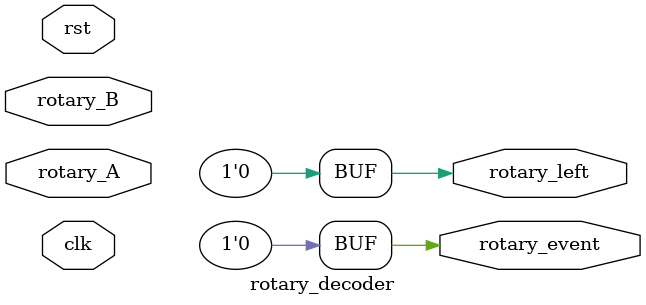
<source format=v>
module rotary_decoder (
    input clk,
    input rst,
    input rotary_A,
    input rotary_B,
    output rotary_event,
    output rotary_left
);

    // Create your rotary decoder circuit here
    // This module takes in rotary_A and rotary_B which are the A and B signals synchronized to clk

    // Remove these lines after implementing your rotary decoder
    assign rotary_event = 0;
    assign rotary_left = 0;
endmodule

</source>
